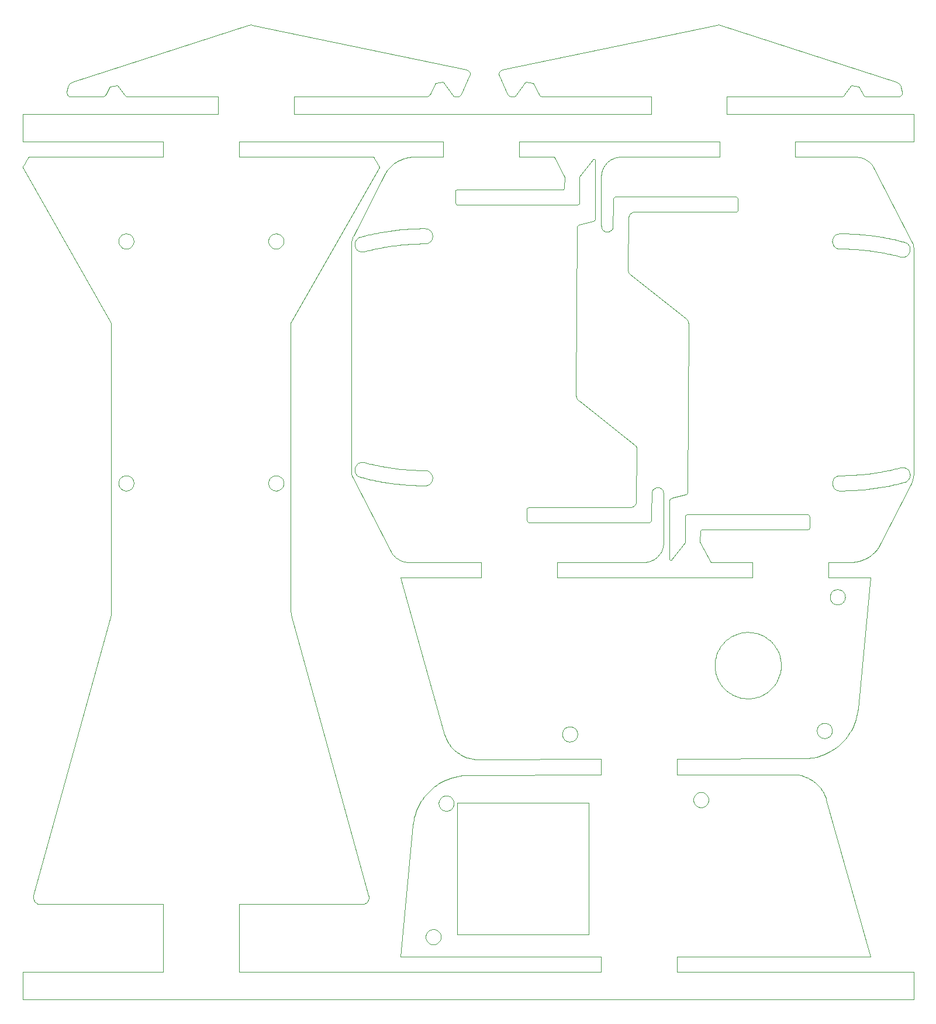
<source format=gbr>
%TF.GenerationSoftware,KiCad,Pcbnew,(6.0.5)*%
%TF.CreationDate,2022-08-06T09:39:30+09:00*%
%TF.ProjectId,ergotonic_f24_parts,6572676f-746f-46e6-9963-5f6632345f70,rev?*%
%TF.SameCoordinates,Original*%
%TF.FileFunction,Profile,NP*%
%FSLAX46Y46*%
G04 Gerber Fmt 4.6, Leading zero omitted, Abs format (unit mm)*
G04 Created by KiCad (PCBNEW (6.0.5)) date 2022-08-06 09:39:30*
%MOMM*%
%LPD*%
G01*
G04 APERTURE LIST*
%ADD10C,0.090000*%
G04 APERTURE END LIST*
D10*
X-64352984Y-122720340D02*
X-36343367Y-122720318D01*
X-100925429Y-52384000D02*
X-100895499Y-52380986D01*
X-75352980Y-122720340D02*
X-75352980Y-122720361D01*
X-120304199Y-72911257D02*
X-120304177Y-31042150D01*
X-57146103Y-833486D02*
X-57146103Y1688518D01*
X-120253792Y-73283500D02*
X-120275784Y-73191872D01*
X-120291543Y-73099073D01*
X-120301028Y-73005427D01*
X-120304199Y-72911257D01*
X-104457534Y-67878726D02*
X-98041324Y-90560524D01*
X-40798349Y-53125363D02*
X-40768420Y-53128377D01*
X-60490192Y-99034555D02*
X-60388368Y-99082657D01*
X-60293736Y-99139683D01*
X-60206596Y-99204910D01*
X-60127249Y-99277617D01*
X-60055994Y-99357081D01*
X-59993133Y-99442581D01*
X-59938965Y-99533394D01*
X-59893792Y-99628798D01*
X-59857913Y-99728072D01*
X-59831630Y-99830494D01*
X-59815242Y-99935340D01*
X-59809050Y-100041891D01*
X-59813355Y-100149422D01*
X-59828456Y-100257213D01*
X-59854655Y-100364542D01*
X-59892253Y-100470686D01*
X-31490692Y-54114278D02*
X-31525940Y-54123106D01*
X-110205246Y-18597906D02*
X-110169998Y-18589077D01*
X-53440257Y-85356858D02*
X-53685731Y-85385050D01*
X-53929704Y-85400620D01*
X-54171836Y-85403825D01*
X-54411787Y-85394921D01*
X-54649214Y-85374165D01*
X-54883779Y-85341814D01*
X-55115139Y-85298124D01*
X-55342956Y-85243353D01*
X-55566887Y-85177756D01*
X-55786592Y-85101590D01*
X-56001731Y-85015113D01*
X-56211964Y-84918580D01*
X-56416948Y-84812249D01*
X-56616345Y-84696376D01*
X-56809812Y-84571217D01*
X-56997011Y-84437031D01*
X-57177599Y-84294072D01*
X-57351236Y-84142598D01*
X-57517582Y-83982866D01*
X-57676296Y-83815132D01*
X-57827038Y-83639653D01*
X-57969466Y-83456686D01*
X-58103241Y-83266487D01*
X-58228021Y-83069313D01*
X-58343466Y-82865420D01*
X-58449236Y-82655066D01*
X-58544989Y-82438507D01*
X-58630385Y-82216000D01*
X-58705083Y-81987801D01*
X-58768744Y-81754167D01*
X-58821025Y-81515354D01*
X-58861588Y-81271621D01*
X-30639560Y-20412136D02*
X-30645242Y-20524605D01*
X-30661915Y-20633826D01*
X-30689024Y-20739244D01*
X-30726017Y-20840308D01*
X-30772340Y-20936464D01*
X-30827441Y-21027158D01*
X-30890767Y-21111840D01*
X-30961764Y-21189954D01*
X-31039881Y-21260950D01*
X-31124563Y-21324273D01*
X-31215259Y-21379371D01*
X-31311414Y-21425691D01*
X-31412477Y-21462680D01*
X-31517894Y-21489785D01*
X-31627112Y-21506453D01*
X-31739579Y-21512133D01*
X-72530069Y-7034443D02*
X-72675851Y-7039742D01*
X-72819660Y-7052209D01*
X-72961323Y-7071669D01*
X-73100664Y-7097945D01*
X-73237510Y-7130861D01*
X-73371687Y-7170243D01*
X-73503020Y-7215914D01*
X-73631336Y-7267700D01*
X-73756461Y-7325423D01*
X-73878219Y-7388909D01*
X-73996437Y-7457983D01*
X-74110942Y-7532467D01*
X-74221558Y-7612188D01*
X-74328112Y-7696968D01*
X-74430430Y-7786633D01*
X-74528337Y-7881007D01*
X-74621659Y-7979914D01*
X-74710223Y-8083179D01*
X-74793854Y-8190625D01*
X-74872378Y-8302078D01*
X-74945620Y-8417362D01*
X-75013408Y-8536301D01*
X-75075566Y-8658719D01*
X-75131920Y-8784441D01*
X-75182297Y-8913292D01*
X-75226523Y-9045094D01*
X-75264422Y-9179674D01*
X-75295821Y-9316855D01*
X-75320547Y-9456462D01*
X-75338424Y-9598319D01*
X-75349278Y-9742250D01*
X-75352937Y-9888080D01*
X-54776329Y-75850289D02*
X-54530856Y-75822098D01*
X-54286884Y-75806530D01*
X-54044754Y-75803327D01*
X-53804805Y-75812232D01*
X-53567379Y-75832990D01*
X-53332816Y-75865342D01*
X-53101457Y-75909033D01*
X-52873641Y-75963806D01*
X-52649711Y-76029405D01*
X-52430007Y-76105571D01*
X-52214869Y-76192050D01*
X-52004637Y-76288584D01*
X-51799653Y-76394916D01*
X-51600258Y-76510790D01*
X-51406791Y-76635950D01*
X-51219593Y-76770137D01*
X-51039005Y-76913097D01*
X-50865368Y-77064572D01*
X-50699022Y-77224305D01*
X-50540309Y-77392040D01*
X-50389567Y-77567520D01*
X-50247139Y-77750489D01*
X-50113365Y-77940689D01*
X-49988585Y-78137864D01*
X-49873140Y-78341758D01*
X-49767370Y-78552114D01*
X-49671617Y-78768674D01*
X-49586221Y-78991183D01*
X-49511523Y-79219384D01*
X-49447862Y-79453020D01*
X-49395581Y-79691834D01*
X-49355019Y-79935570D01*
X-100897588Y-19586820D02*
X-100927517Y-19583806D01*
X-120304177Y-31042150D02*
X-107458859Y-8529076D01*
X-109050148Y-113891744D02*
X-120253792Y-73283500D01*
X-30121654Y-20550564D02*
X-30121795Y-20433433D01*
X-30122757Y-20339194D01*
X-30125271Y-20241218D01*
X-30130074Y-20141073D01*
X-30137905Y-20040326D01*
X-30149499Y-19940545D01*
X-30165595Y-19843297D01*
X-30186929Y-19750150D01*
X-30214239Y-19662670D01*
X-30261224Y-19557558D01*
X-78995566Y-41429005D02*
X-78838835Y-17171442D01*
X-59499146Y-65678710D02*
X-53418380Y-65678710D01*
X-159149200Y-4833479D02*
X-138804038Y-4833479D01*
X-71382012Y-15806603D02*
X-71489822Y-23365358D01*
X-73582007Y-13896771D02*
X-73582007Y-13097552D01*
X-121347933Y-19228896D02*
X-121353612Y-19341362D01*
X-121370280Y-19450580D01*
X-121397385Y-19555997D01*
X-121434375Y-19657059D01*
X-121480695Y-19753214D01*
X-121535793Y-19843908D01*
X-121599116Y-19928589D01*
X-121670111Y-20006704D01*
X-121748226Y-20077700D01*
X-121832907Y-20141023D01*
X-121923602Y-20196120D01*
X-122019758Y-20242439D01*
X-122120821Y-20279427D01*
X-122226240Y-20306530D01*
X-122335461Y-20323196D01*
X-122447931Y-20328872D01*
X-81767619Y-65678710D02*
X-69342968Y-65678710D01*
X-47237319Y-7033452D02*
X-47237319Y-4833479D01*
X-64352984Y-96399530D02*
X-64352984Y-94199535D01*
X-98805640Y-100137976D02*
X-98757537Y-100036152D01*
X-98700512Y-99941520D01*
X-98635286Y-99854380D01*
X-98562580Y-99775033D01*
X-98483117Y-99703778D01*
X-98397618Y-99640917D01*
X-98306805Y-99586751D01*
X-98211401Y-99541578D01*
X-98112127Y-99505701D01*
X-98009705Y-99479419D01*
X-97904856Y-99463032D01*
X-97798303Y-99456843D01*
X-97690768Y-99461150D01*
X-97582972Y-99476254D01*
X-97475638Y-99502457D01*
X-97369487Y-99540058D01*
X-147654166Y1672304D02*
X-147551878Y1681153D01*
X-147454114Y1706795D01*
X-147362734Y1748107D01*
X-147279599Y1803969D01*
X-147206569Y1873260D01*
X-147145505Y1954860D01*
X-147124848Y1990696D01*
X-42418384Y-67878705D02*
X-42418384Y-67878705D01*
X-92767615Y-65678710D02*
X-92767615Y-67878705D01*
X-70529933Y-48667474D02*
X-78550503Y-42353411D01*
X-42418384Y-65678710D02*
X-39296180Y-65678710D01*
X-58861588Y-81271621D02*
X-58889780Y-81026146D01*
X-58905350Y-80782173D01*
X-58908555Y-80540041D01*
X-58899651Y-80300090D01*
X-58878895Y-80062663D01*
X-58846544Y-79828098D01*
X-58802854Y-79596738D01*
X-58748082Y-79368921D01*
X-58682485Y-79144990D01*
X-58606319Y-78925285D01*
X-58519842Y-78710146D01*
X-58423309Y-78499913D01*
X-58316977Y-78294929D01*
X-58201103Y-78095532D01*
X-58075945Y-77902065D01*
X-57941758Y-77714866D01*
X-57798798Y-77534278D01*
X-57647324Y-77360641D01*
X-57487591Y-77194295D01*
X-57319857Y-77035580D01*
X-57144377Y-76884839D01*
X-56961408Y-76742410D01*
X-56771208Y-76608636D01*
X-56574033Y-76483855D01*
X-56370139Y-76368410D01*
X-56159784Y-76262641D01*
X-55943223Y-76166888D01*
X-55720715Y-76081492D01*
X-55492514Y-76006793D01*
X-55258878Y-75943132D01*
X-55020064Y-75890851D01*
X-54776329Y-75850289D01*
X-30121676Y-52953216D02*
X-30121654Y-20550564D01*
X-53418380Y-65678710D02*
X-53418380Y-67878705D01*
X-68146099Y1698552D02*
X-68146099Y-833486D01*
X-69342968Y-65678710D02*
X-69247883Y-65678433D01*
X-69165847Y-65677719D01*
X-31453334Y-54104933D02*
X-31490692Y-54114278D01*
X-99361549Y3617707D02*
X-98231278Y3793902D01*
X-127804042Y-124920356D02*
X-127804042Y-115157709D01*
X-78591112Y-16853395D02*
X-76513719Y-16313850D01*
X-72352948Y-7033452D02*
X-72448032Y-7033728D01*
X-72530069Y-7034443D01*
X-111574262Y-52161619D02*
X-111574120Y-52278749D01*
X-111573158Y-52372988D01*
X-111570644Y-52470964D01*
X-111565841Y-52571109D01*
X-111558011Y-52671856D01*
X-111546416Y-52771637D01*
X-111530321Y-52868885D01*
X-111508986Y-52962032D01*
X-111481676Y-53049512D01*
X-111434693Y-53154625D01*
X-99797591Y-18486823D02*
X-99803270Y-18599292D01*
X-99819938Y-18708513D01*
X-99847043Y-18813931D01*
X-99884032Y-18914995D01*
X-99930352Y-19011151D01*
X-99985450Y-19101845D01*
X-100048773Y-19186527D01*
X-100119769Y-19264641D01*
X-100197883Y-19335637D01*
X-100282565Y-19398960D01*
X-100373259Y-19454058D01*
X-100469415Y-19500378D01*
X-100570479Y-19537367D01*
X-100675897Y-19564472D01*
X-100785118Y-19581140D01*
X-100897588Y-19586820D01*
X-43431393Y-91058986D02*
X-43533212Y-91010883D01*
X-43627842Y-90953858D01*
X-43714980Y-90888632D01*
X-43794326Y-90815926D01*
X-43865580Y-90736463D01*
X-43928441Y-90650965D01*
X-43982608Y-90560153D01*
X-44027782Y-90464750D01*
X-44063660Y-90365477D01*
X-44089944Y-90263056D01*
X-44106331Y-90158209D01*
X-44112522Y-90051659D01*
X-44108216Y-89944126D01*
X-44093113Y-89836333D01*
X-44066911Y-89729002D01*
X-44029311Y-89622855D01*
X-110167909Y-53378728D02*
X-110203157Y-53369900D01*
X-144371765Y1920932D02*
X-144301442Y1840740D01*
X-144219164Y1775028D01*
X-144127129Y1724910D01*
X-144027539Y1691504D01*
X-143922594Y1675925D01*
X-143886803Y1674888D01*
X-30637493Y-53044425D02*
X-30641500Y-53138801D01*
X-30653305Y-53230919D01*
X-30672579Y-53320459D01*
X-30698992Y-53407104D01*
X-30751282Y-53530943D01*
X-30817789Y-53646474D01*
X-30897406Y-53752619D01*
X-30989024Y-53848305D01*
X-31091534Y-53932455D01*
X-31203828Y-54003993D01*
X-31324797Y-54061844D01*
X-31409716Y-54092277D01*
X-31453334Y-54104933D01*
X-30121654Y-833486D02*
X-57146103Y-833486D01*
X-83849619Y1712870D02*
X-68146099Y1698552D01*
X-55582008Y-14678786D02*
X-55596304Y-14773353D01*
X-55636316Y-14856588D01*
X-55697728Y-14924175D01*
X-55776227Y-14971800D01*
X-55867496Y-14995148D01*
X-55900012Y-14996790D01*
X-63199222Y-62792236D02*
X-63199222Y-59034391D01*
X-60762721Y-60973312D02*
X-60855926Y-60991708D01*
X-60932722Y-61042066D01*
X-60985614Y-61117135D01*
X-61007107Y-61209667D01*
X-55582008Y-13114799D02*
X-55582008Y-14678786D01*
X-151929895Y3802299D02*
X-152023634Y3766766D01*
X-152112393Y3722561D01*
X-152195690Y3670217D01*
X-152273043Y3610271D01*
X-152343973Y3543257D01*
X-152407998Y3469709D01*
X-152464636Y3390162D01*
X-152513407Y3305151D01*
X-152553830Y3215212D01*
X-152585424Y3120878D01*
X-152601344Y3055812D01*
X-32024919Y-21477036D02*
X-32286894Y-21408138D01*
X-32549686Y-21341273D01*
X-32813287Y-21276450D01*
X-33077689Y-21213678D01*
X-33342881Y-21152968D01*
X-33608857Y-21094329D01*
X-33875606Y-21037771D01*
X-34143121Y-20983302D01*
X-34411392Y-20930934D01*
X-34680411Y-20880675D01*
X-34950170Y-20832535D01*
X-35220659Y-20786524D01*
X-35491870Y-20742652D01*
X-35763794Y-20700927D01*
X-36036423Y-20661360D01*
X-36309747Y-20623960D01*
X-36583759Y-20588738D01*
X-36858449Y-20555702D01*
X-37133809Y-20524862D01*
X-37409830Y-20496228D01*
X-37686504Y-20469809D01*
X-37963821Y-20445616D01*
X-38241773Y-20423657D01*
X-38520352Y-20403943D01*
X-38799548Y-20386482D01*
X-39079353Y-20371286D01*
X-39359759Y-20358362D01*
X-39640756Y-20347722D01*
X-39922336Y-20339374D01*
X-40204490Y-20333329D01*
X-40487210Y-20329595D01*
X-40770487Y-20328183D01*
X-57146103Y1688518D02*
X-40640327Y1673467D01*
X-42593180Y-89024937D02*
X-42491360Y-89073039D01*
X-42396730Y-89130064D01*
X-42309592Y-89195291D01*
X-42230246Y-89267997D01*
X-42158992Y-89347460D01*
X-42096131Y-89432959D01*
X-42041963Y-89523771D01*
X-41996790Y-89619176D01*
X-41960911Y-89718450D01*
X-41934628Y-89820872D01*
X-41918240Y-89925720D01*
X-41912049Y-90032273D01*
X-41916355Y-90139808D01*
X-41931459Y-90247604D01*
X-41957661Y-90354938D01*
X-41995262Y-90461090D01*
X-147124848Y1990696D02*
X-146491338Y3182677D01*
X-65456427Y-56751068D02*
X-65497531Y-65158328D01*
X-88133682Y1698788D02*
X-88041251Y1703080D01*
X-87951719Y1721218D01*
X-87866519Y1752494D01*
X-87787087Y1796202D01*
X-87714857Y1851634D01*
X-87651263Y1918083D01*
X-87628566Y1947589D01*
X-96771569Y-100976189D02*
X-96819671Y-101078012D01*
X-96876696Y-101172645D01*
X-96941923Y-101259786D01*
X-97014629Y-101339134D01*
X-97094092Y-101410390D01*
X-97179591Y-101473253D01*
X-97270403Y-101527422D01*
X-97365808Y-101572596D01*
X-97465082Y-101608476D01*
X-97567504Y-101634760D01*
X-97672352Y-101651148D01*
X-97778905Y-101657339D01*
X-97886440Y-101653033D01*
X-97994236Y-101637930D01*
X-98101570Y-101611728D01*
X-98207722Y-101574128D01*
X-87267606Y-4833479D02*
X-58237315Y-4833479D01*
X-111574262Y-19758967D02*
X-111574262Y-52161619D01*
X-86113908Y-58033397D02*
X-86099611Y-57938829D01*
X-86059599Y-57855594D01*
X-85998187Y-57788007D01*
X-85919688Y-57740382D01*
X-85828419Y-57717034D01*
X-85795904Y-57715393D01*
X-123547928Y-19228875D02*
X-123542248Y-19116405D01*
X-123525580Y-19007184D01*
X-123498475Y-18901765D01*
X-123461486Y-18800702D01*
X-123415166Y-18704546D01*
X-123360068Y-18613851D01*
X-123296745Y-18529170D01*
X-123225749Y-18451055D01*
X-123147635Y-18380060D01*
X-123062953Y-18316737D01*
X-122972259Y-18261639D01*
X-122876103Y-18215319D01*
X-122775039Y-18178329D01*
X-122669621Y-18151224D01*
X-122560400Y-18134556D01*
X-122447931Y-18128877D01*
X-75352959Y-16807037D02*
X-75348506Y-16951198D01*
X-75334887Y-17083622D01*
X-75312711Y-17204628D01*
X-75282588Y-17314534D01*
X-75245130Y-17413659D01*
X-75200945Y-17502322D01*
X-75150646Y-17580841D01*
X-75034145Y-17708722D01*
X-74900509Y-17799852D01*
X-74754622Y-17856780D01*
X-74601367Y-17882056D01*
X-74445629Y-17878229D01*
X-74292291Y-17847848D01*
X-74146236Y-17793463D01*
X-74012349Y-17717624D01*
X-73895512Y-17622878D01*
X-73800610Y-17511776D01*
X-73732526Y-17386868D01*
X-73696144Y-17250702D01*
X-73691368Y-17179194D01*
X-105794081Y-64169327D02*
X-105742642Y-64255787D01*
X-105688583Y-64340112D01*
X-105631973Y-64422262D01*
X-105572882Y-64502197D01*
X-105511377Y-64579877D01*
X-105447529Y-64655261D01*
X-105381405Y-64728310D01*
X-105313076Y-64798985D01*
X-105242609Y-64867244D01*
X-105170074Y-64933048D01*
X-105095540Y-64996357D01*
X-105019075Y-65057131D01*
X-104940749Y-65115330D01*
X-104860631Y-65170914D01*
X-104778790Y-65223843D01*
X-104695294Y-65274078D01*
X-104610212Y-65321577D01*
X-104523614Y-65366302D01*
X-104435569Y-65408212D01*
X-104346145Y-65447267D01*
X-104255411Y-65483427D01*
X-104163436Y-65516653D01*
X-104070290Y-65546904D01*
X-103976041Y-65574141D01*
X-103880758Y-65598323D01*
X-103784510Y-65619410D01*
X-103687366Y-65637363D01*
X-103589395Y-65652141D01*
X-103490666Y-65663705D01*
X-103391249Y-65672014D01*
X-103291211Y-65677029D01*
X-103190622Y-65678710D01*
X-98750648Y-119276838D02*
X-98693121Y-119373648D01*
X-98646546Y-119473837D01*
X-98610767Y-119576637D01*
X-98585630Y-119681281D01*
X-98570981Y-119787003D01*
X-98566665Y-119893036D01*
X-98572528Y-119998615D01*
X-98588416Y-120102971D01*
X-98614173Y-120205339D01*
X-98649646Y-120304953D01*
X-98694680Y-120401044D01*
X-98749121Y-120492848D01*
X-98812814Y-120579597D01*
X-98885605Y-120660525D01*
X-98967340Y-120734866D01*
X-99057864Y-120801852D01*
X-53418380Y-67878705D02*
X-53418380Y-67878705D01*
X-75352980Y-96399530D02*
X-75352980Y-96462920D01*
X-80688830Y-11502516D02*
X-80638360Y-9989732D01*
X-100895499Y-54580980D02*
X-100895499Y-54584490D01*
X-92767615Y-67878705D02*
X-92767615Y-67878726D01*
X-80638360Y-9989732D02*
X-82196792Y-7033474D01*
X-75352980Y-94158733D02*
X-75352980Y-94199535D01*
X-36355382Y-67878705D02*
X-42418384Y-67878705D01*
X-127804042Y-115157709D02*
X-127804042Y-115157688D01*
X-145259975Y-19228875D02*
X-145254295Y-19116405D01*
X-145237626Y-19007184D01*
X-145210520Y-18901765D01*
X-145173530Y-18800702D01*
X-145127208Y-18704546D01*
X-145072109Y-18613851D01*
X-145008785Y-18529170D01*
X-144937788Y-18451055D01*
X-144859673Y-18380060D01*
X-144774991Y-18316737D01*
X-144684296Y-18261639D01*
X-144588141Y-18215319D01*
X-144487078Y-18178329D01*
X-144381662Y-18151224D01*
X-144272444Y-18134556D01*
X-144159978Y-18128877D01*
X-102399757Y-7033474D02*
X-102567389Y-7036274D01*
X-102734103Y-7044630D01*
X-102899783Y-7058476D01*
X-103064316Y-7077745D01*
X-103227585Y-7102370D01*
X-103389475Y-7132285D01*
X-103549873Y-7167423D01*
X-103708664Y-7207718D01*
X-103865731Y-7253102D01*
X-104020961Y-7303510D01*
X-104174239Y-7358875D01*
X-104325449Y-7419129D01*
X-104474477Y-7484208D01*
X-104621207Y-7554043D01*
X-104765526Y-7628569D01*
X-104907318Y-7707719D01*
X-105046468Y-7791426D01*
X-105182862Y-7879623D01*
X-105316384Y-7972244D01*
X-105446920Y-8069223D01*
X-105574354Y-8170493D01*
X-105698573Y-8275987D01*
X-105819460Y-8385639D01*
X-105936902Y-8499381D01*
X-106050783Y-8617148D01*
X-106160988Y-8738873D01*
X-106267402Y-8864489D01*
X-106369911Y-8993930D01*
X-106468400Y-9127129D01*
X-106562754Y-9264020D01*
X-106652858Y-9404535D01*
X-106738597Y-9548609D01*
X-75352980Y-94199535D02*
X-75352980Y-96399530D01*
X-31492759Y-19342283D02*
X-31455401Y-19351628D01*
X-39296180Y-65678710D02*
X-39128547Y-65675909D01*
X-38961833Y-65667553D01*
X-38796153Y-65653707D01*
X-38631621Y-65634438D01*
X-38468352Y-65609813D01*
X-38306461Y-65579898D01*
X-38146063Y-65544760D01*
X-37987273Y-65504465D01*
X-37830205Y-65459081D01*
X-37674975Y-65408673D01*
X-37521698Y-65353308D01*
X-37370488Y-65293053D01*
X-37221460Y-65227975D01*
X-37074729Y-65158139D01*
X-36930410Y-65083614D01*
X-36788618Y-65004464D01*
X-36649468Y-64920757D01*
X-36513074Y-64832560D01*
X-36379552Y-64739938D01*
X-36249017Y-64642959D01*
X-36121582Y-64541690D01*
X-35997364Y-64436196D01*
X-35876476Y-64326544D01*
X-35759035Y-64212801D01*
X-35645154Y-64095034D01*
X-35534949Y-63973309D01*
X-35428534Y-63847693D01*
X-35326025Y-63718253D01*
X-35227536Y-63585054D01*
X-35133183Y-63448163D01*
X-35043079Y-63307648D01*
X-34957341Y-63163575D01*
X-138804038Y-4833479D02*
X-138804038Y-7033452D01*
X-100582857Y-120494636D02*
X-100640383Y-120397829D01*
X-100686958Y-120297644D01*
X-100722737Y-120194848D01*
X-100747874Y-120090207D01*
X-100762523Y-119984489D01*
X-100766840Y-119878458D01*
X-100760977Y-119772883D01*
X-100745091Y-119668529D01*
X-100719334Y-119566162D01*
X-100683863Y-119466550D01*
X-100638830Y-119370459D01*
X-100584392Y-119278655D01*
X-100520701Y-119191905D01*
X-100447913Y-119110975D01*
X-100366181Y-119036632D01*
X-100275662Y-118969643D01*
X-138804038Y-115157709D02*
X-138804038Y-124920356D01*
X-106738597Y-9548609D02*
X-111231174Y-18438957D01*
X-64352984Y-94199535D02*
X-64352984Y-94133648D01*
X-111058445Y-19667758D02*
X-111054437Y-19573381D01*
X-111042632Y-19481263D01*
X-111023358Y-19391723D01*
X-110996945Y-19305078D01*
X-110944655Y-19181239D01*
X-110878147Y-19065708D01*
X-110798531Y-18959563D01*
X-110706913Y-18863877D01*
X-110604403Y-18779727D01*
X-110492109Y-18708189D01*
X-110371139Y-18650338D01*
X-110286220Y-18619905D01*
X-110242603Y-18607250D01*
X-69165847Y-65677719D02*
X-69020064Y-65672419D01*
X-68876255Y-65659951D01*
X-68734592Y-65640492D01*
X-68595251Y-65614216D01*
X-68458405Y-65581299D01*
X-68324228Y-65541918D01*
X-68192895Y-65496246D01*
X-68064579Y-65444461D01*
X-67939454Y-65386737D01*
X-67817696Y-65323251D01*
X-67699478Y-65254178D01*
X-67584973Y-65179693D01*
X-67474357Y-65099973D01*
X-67367803Y-65015192D01*
X-67265485Y-64925527D01*
X-67167578Y-64831154D01*
X-67074256Y-64732247D01*
X-66985692Y-64628982D01*
X-66902061Y-64521535D01*
X-66823537Y-64410082D01*
X-66750295Y-64294799D01*
X-66682507Y-64175860D01*
X-66620349Y-64053442D01*
X-66563995Y-63927720D01*
X-66513618Y-63798869D01*
X-66469392Y-63667067D01*
X-66431493Y-63532487D01*
X-66400094Y-63395306D01*
X-66375368Y-63255699D01*
X-66357491Y-63113842D01*
X-66346637Y-62969911D01*
X-66342979Y-62824082D01*
X-49355019Y-79935570D02*
X-49326826Y-80181042D01*
X-49311256Y-80425013D01*
X-49308052Y-80667144D01*
X-49316956Y-80907093D01*
X-49337712Y-81144519D01*
X-49370064Y-81379082D01*
X-49413754Y-81610441D01*
X-49468526Y-81838256D01*
X-49534124Y-82062186D01*
X-49610290Y-82281890D01*
X-49696768Y-82497028D01*
X-49793302Y-82707260D01*
X-49899634Y-82912243D01*
X-50015508Y-83111639D01*
X-50140666Y-83305105D01*
X-50274854Y-83492302D01*
X-50417813Y-83672889D01*
X-50569287Y-83846526D01*
X-50729019Y-84012871D01*
X-50896754Y-84171584D01*
X-51072233Y-84322325D01*
X-51255200Y-84464752D01*
X-51445399Y-84598525D01*
X-51642573Y-84723304D01*
X-51846465Y-84838748D01*
X-52056819Y-84944516D01*
X-52273377Y-85040268D01*
X-52495883Y-85125662D01*
X-52724081Y-85200359D01*
X-52957714Y-85264018D01*
X-53196525Y-85316297D01*
X-53440257Y-85356858D01*
X-119849101Y1694870D02*
X-100677490Y1710825D01*
X-45517204Y-60973312D02*
X-60762721Y-60973312D01*
X-145375472Y3294729D02*
X-144371765Y1920932D01*
X-58093569Y12035711D02*
X-58187640Y12061112D01*
X-58283362Y12077191D01*
X-58380043Y12083909D01*
X-58476993Y12081230D01*
X-58573523Y12069113D01*
X-58605488Y12062971D01*
X-143059959Y-19228875D02*
X-143065638Y-19341341D01*
X-143082307Y-19450559D01*
X-143109413Y-19555975D01*
X-143146404Y-19657038D01*
X-143192725Y-19753193D01*
X-143247825Y-19843888D01*
X-143311150Y-19928570D01*
X-143382147Y-20006685D01*
X-143460264Y-20077682D01*
X-143544947Y-20141006D01*
X-143635644Y-20196105D01*
X-143731801Y-20242427D01*
X-143832866Y-20279417D01*
X-143938286Y-20306523D01*
X-144047507Y-20323192D01*
X-144159978Y-20328872D01*
X-63199222Y-59034391D02*
X-63183247Y-58943882D01*
X-63130832Y-58857400D01*
X-63050099Y-58797119D01*
X-62962887Y-58772522D01*
X-62935973Y-58771164D01*
X-100927517Y-19583806D02*
X-101210793Y-19585218D01*
X-101493513Y-19588951D01*
X-101775667Y-19594997D01*
X-102057247Y-19603345D01*
X-102338244Y-19613985D01*
X-102618650Y-19626908D01*
X-102898455Y-19642105D01*
X-103177652Y-19659565D01*
X-103456230Y-19679279D01*
X-103734183Y-19701238D01*
X-104011500Y-19725431D01*
X-104288174Y-19751850D01*
X-104564195Y-19780484D01*
X-104839556Y-19811324D01*
X-105114246Y-19844360D01*
X-105388259Y-19879583D01*
X-105661584Y-19916982D01*
X-105934213Y-19956549D01*
X-106206138Y-19998274D01*
X-106477350Y-20042147D01*
X-106747840Y-20088158D01*
X-107017599Y-20136297D01*
X-107286620Y-20186556D01*
X-107554892Y-20238925D01*
X-107822408Y-20293393D01*
X-108089159Y-20349952D01*
X-108355136Y-20408591D01*
X-108620330Y-20469301D01*
X-108884733Y-20532073D01*
X-109148336Y-20596896D01*
X-109411130Y-20663761D01*
X-109673108Y-20732659D01*
X-109956359Y-51200050D02*
X-109864774Y-51203280D01*
X-109775274Y-51213330D01*
X-109679565Y-51232901D01*
X-109671019Y-51235147D01*
X-110242603Y-18607250D02*
X-110205246Y-18597906D01*
X-143059980Y-54228870D02*
X-143065659Y-54341339D01*
X-143082328Y-54450560D01*
X-143109434Y-54555979D01*
X-143146425Y-54657042D01*
X-143192746Y-54753198D01*
X-143247846Y-54843893D01*
X-143311171Y-54928574D01*
X-143382169Y-55006689D01*
X-143460285Y-55077684D01*
X-143544969Y-55141007D01*
X-143635665Y-55196105D01*
X-143731823Y-55242425D01*
X-143832888Y-55279415D01*
X-143938307Y-55306520D01*
X-144047528Y-55323188D01*
X-144159999Y-55328868D01*
X-58237315Y-7033452D02*
X-72352948Y-7033452D01*
X-78550503Y-42353411D02*
X-78626957Y-42287689D01*
X-78696908Y-42216218D01*
X-78760120Y-42139488D01*
X-78816355Y-42057990D01*
X-78865379Y-41972213D01*
X-78906955Y-41882649D01*
X-78940847Y-41789787D01*
X-78966819Y-41694118D01*
X-78984636Y-41596132D01*
X-78994061Y-41496319D01*
X-78995566Y-41429005D01*
X-63145435Y-30358772D02*
X-63068980Y-30424494D01*
X-62999029Y-30495965D01*
X-62935817Y-30572695D01*
X-62879582Y-30654193D01*
X-62830558Y-30739969D01*
X-62788982Y-30829534D01*
X-62755090Y-30922395D01*
X-62729117Y-31018064D01*
X-62711301Y-31116050D01*
X-62701876Y-31215863D01*
X-62700372Y-31283178D01*
X-100895499Y-52380986D02*
X-100783029Y-52386665D01*
X-100673808Y-52403333D01*
X-100568390Y-52430438D01*
X-100467326Y-52467427D01*
X-100371170Y-52513747D01*
X-100280476Y-52568845D01*
X-100195794Y-52632168D01*
X-100117680Y-52703164D01*
X-100046684Y-52781278D01*
X-99983361Y-52865960D01*
X-99928263Y-52956654D01*
X-99881943Y-53052810D01*
X-99844954Y-53153874D01*
X-99817849Y-53259292D01*
X-99801181Y-53368513D01*
X-99795502Y-53480983D01*
X-100897588Y-17383316D02*
X-100897588Y-17386825D01*
X-30261224Y-19557558D02*
X-35901835Y-8542856D01*
X-110203157Y-53369900D02*
X-110240515Y-53360555D01*
X-68113909Y-58815390D02*
X-68113909Y-59614609D01*
X-127804042Y-7033474D02*
X-127804042Y-7033452D01*
X-111434693Y-53154625D02*
X-105794081Y-64169327D01*
X-58605488Y12062971D02*
X-89706906Y5563238D01*
X-46119170Y-94092027D02*
X-45735385Y-94082068D01*
X-45356010Y-94054216D01*
X-44981478Y-94008865D01*
X-44612222Y-93946410D01*
X-44248676Y-93867245D01*
X-43891272Y-93771764D01*
X-43540444Y-93660363D01*
X-43196625Y-93533435D01*
X-42860248Y-93391376D01*
X-42531746Y-93234580D01*
X-42211552Y-93063441D01*
X-41900101Y-92878354D01*
X-41597824Y-92679714D01*
X-41305155Y-92467916D01*
X-41022527Y-92243352D01*
X-40750373Y-92006420D01*
X-40489127Y-91757511D01*
X-40239222Y-91497023D01*
X-40001090Y-91225348D01*
X-39775166Y-90942882D01*
X-39561881Y-90650019D01*
X-39361670Y-90347154D01*
X-39174966Y-90034680D01*
X-39002201Y-89712994D01*
X-38843810Y-89382489D01*
X-38700224Y-89043559D01*
X-38571878Y-88696601D01*
X-38459204Y-88342007D01*
X-38362636Y-87980172D01*
X-38282606Y-87611492D01*
X-38219549Y-87236361D01*
X-38173897Y-86855173D01*
X-61328406Y-101068604D02*
X-61430225Y-101020501D01*
X-61524854Y-100963477D01*
X-61611992Y-100898251D01*
X-61691339Y-100825547D01*
X-61762592Y-100746085D01*
X-61825453Y-100660588D01*
X-61879621Y-100569778D01*
X-61924794Y-100474375D01*
X-61960673Y-100375103D01*
X-61986956Y-100272683D01*
X-62003344Y-100167836D01*
X-62009535Y-100061285D01*
X-62005229Y-99953752D01*
X-61990125Y-99845957D01*
X-61963923Y-99738623D01*
X-61926323Y-99632473D01*
X-95636798Y2050770D02*
X-94398372Y4720998D01*
X-79484511Y-89530419D02*
X-79382687Y-89578521D01*
X-79288055Y-89635547D01*
X-79200915Y-89700774D01*
X-79121568Y-89773481D01*
X-79050314Y-89852946D01*
X-78987453Y-89938446D01*
X-78933286Y-90029260D01*
X-78888114Y-90124665D01*
X-78852236Y-90223940D01*
X-78825954Y-90326363D01*
X-78809568Y-90431212D01*
X-78803378Y-90537764D01*
X-78807685Y-90645298D01*
X-78822789Y-90753092D01*
X-78848992Y-90860424D01*
X-78886593Y-90966572D01*
X-97369487Y-99540058D02*
X-97267667Y-99588160D01*
X-97173038Y-99645185D01*
X-97085900Y-99710411D01*
X-97006553Y-99783117D01*
X-96935300Y-99862580D01*
X-96872439Y-99948078D01*
X-96818271Y-100038890D01*
X-96773098Y-100134293D01*
X-96737219Y-100233566D01*
X-96710936Y-100335987D01*
X-96694548Y-100440834D01*
X-96688357Y-100547384D01*
X-96692663Y-100654917D01*
X-96707766Y-100762710D01*
X-96733968Y-100870041D01*
X-96771569Y-100976189D01*
X-32374316Y1666512D02*
X-32269891Y1675392D01*
X-32171861Y1701146D01*
X-32081543Y1742152D01*
X-32000257Y1796786D01*
X-31929322Y1863427D01*
X-31870056Y1940453D01*
X-31823777Y2026241D01*
X-31791805Y2119170D01*
X-31775458Y2217617D01*
X-31776055Y2319960D01*
X-31786518Y2389552D01*
X-38035663Y3181041D02*
X-37402239Y1989016D01*
X-159149200Y-124920356D02*
X-159149200Y-128920349D01*
X-81767619Y-67878705D02*
X-81767619Y-65678710D01*
X-78838835Y-17171442D02*
X-78824322Y-17076634D01*
X-78784510Y-16992007D01*
X-78722992Y-16922169D01*
X-78643362Y-16871732D01*
X-78591112Y-16853395D01*
X-36343367Y-122720318D02*
X-42759578Y-100038520D01*
X-111056356Y-52300047D02*
X-111050676Y-52187577D01*
X-111034007Y-52078356D01*
X-111006901Y-51972938D01*
X-110969911Y-51871874D01*
X-110923589Y-51775718D01*
X-110868490Y-51685024D01*
X-110805166Y-51600342D01*
X-110734170Y-51522228D01*
X-110656054Y-51451232D01*
X-110571372Y-51387909D01*
X-110480677Y-51332811D01*
X-110384522Y-51286491D01*
X-110283460Y-51249502D01*
X-110178043Y-51222397D01*
X-110068825Y-51205729D01*
X-109956359Y-51200050D01*
X-38173897Y-86855173D02*
X-36355382Y-67878705D01*
X-96496715Y-12056853D02*
X-96482418Y-11962296D01*
X-96442407Y-11879067D01*
X-96380997Y-11811483D01*
X-96302504Y-11763860D01*
X-96211244Y-11740512D01*
X-96178733Y-11738871D01*
X-75352980Y-96462920D02*
X-94685047Y-96507039D01*
X-75352980Y-122720361D02*
X-75352980Y-124920356D01*
X-159149200Y-128920349D02*
X-30121654Y-128920349D01*
X-78759964Y-13941019D02*
X-96178755Y-13938866D01*
X-110169998Y-18589077D02*
X-109892130Y-18516602D01*
X-109613407Y-18446266D01*
X-109333835Y-18378078D01*
X-109053425Y-18312050D01*
X-108772185Y-18248193D01*
X-108490125Y-18186516D01*
X-108207252Y-18127030D01*
X-107923576Y-18069747D01*
X-107639106Y-18014676D01*
X-107353850Y-17961829D01*
X-107067818Y-17911216D01*
X-106781019Y-17862848D01*
X-106493461Y-17816735D01*
X-106205154Y-17772888D01*
X-105916106Y-17731319D01*
X-105626326Y-17692036D01*
X-105335823Y-17655052D01*
X-105044606Y-17620377D01*
X-104752684Y-17588021D01*
X-104460065Y-17557995D01*
X-104166760Y-17530310D01*
X-103872776Y-17504976D01*
X-103578123Y-17482004D01*
X-103282809Y-17461406D01*
X-102986843Y-17443190D01*
X-102690235Y-17427369D01*
X-102392993Y-17413953D01*
X-102095126Y-17402952D01*
X-101796643Y-17394377D01*
X-101497553Y-17388239D01*
X-101197865Y-17384548D01*
X-100897588Y-17383316D01*
X-68113909Y-58790112D02*
X-68113909Y-58815390D01*
X-71166005Y-24044688D02*
X-63145435Y-30358772D01*
X-78496716Y-9919947D02*
X-78496716Y-13677792D01*
X-98207722Y-101574128D02*
X-98309541Y-101526025D01*
X-98404171Y-101468999D01*
X-98491309Y-101403772D01*
X-98570655Y-101331065D01*
X-98641909Y-101251600D01*
X-98704770Y-101166100D01*
X-98758937Y-101075287D01*
X-98804111Y-100979881D01*
X-98839989Y-100880606D01*
X-98866273Y-100778184D01*
X-98882660Y-100673335D01*
X-98888851Y-100566783D01*
X-98884545Y-100459249D01*
X-98869442Y-100351455D01*
X-98843240Y-100244123D01*
X-98805640Y-100137976D01*
X-152601344Y3055812D02*
X-152740548Y2391683D01*
X-125920781Y12062971D02*
X-126017026Y12078235D01*
X-126113915Y12084061D01*
X-126210763Y12080482D01*
X-126306882Y12067533D01*
X-126401586Y12045250D01*
X-126432722Y12035754D01*
X-100897588Y-17386825D02*
X-100785118Y-17392504D01*
X-100675897Y-17409173D01*
X-100570479Y-17436279D01*
X-100469415Y-17473270D01*
X-100373259Y-17519591D01*
X-100282565Y-17574690D01*
X-100197883Y-17638014D01*
X-100119769Y-17709011D01*
X-100048773Y-17787127D01*
X-99985450Y-17871808D01*
X-99930352Y-17962504D01*
X-99884032Y-18058659D01*
X-99847043Y-18159721D01*
X-99819938Y-18265138D01*
X-99803270Y-18374356D01*
X-99797591Y-18486823D01*
X-32022830Y-51979524D02*
X-31927399Y-51959108D01*
X-31829074Y-51947657D01*
X-31737490Y-51944427D01*
X-109671019Y-51235147D02*
X-109409041Y-51304044D01*
X-109146247Y-51370909D01*
X-108882644Y-51435732D01*
X-108618241Y-51498504D01*
X-108353047Y-51559214D01*
X-108087070Y-51617853D01*
X-107820320Y-51674411D01*
X-107552804Y-51728880D01*
X-107284531Y-51781248D01*
X-107015511Y-51831507D01*
X-106745751Y-51879647D01*
X-106475261Y-51925658D01*
X-106204050Y-51969531D01*
X-105932125Y-52011255D01*
X-105659495Y-52050822D01*
X-105386170Y-52088222D01*
X-105112158Y-52123445D01*
X-104837468Y-52156481D01*
X-104562107Y-52187321D01*
X-104286086Y-52215955D01*
X-104009412Y-52242373D01*
X-103732095Y-52266567D01*
X-103454142Y-52288526D01*
X-103175564Y-52308240D01*
X-102896367Y-52325700D01*
X-102616562Y-52340897D01*
X-102336156Y-52353820D01*
X-102055159Y-52364460D01*
X-101773579Y-52372808D01*
X-101491425Y-52378854D01*
X-101208705Y-52382587D01*
X-100925429Y-52384000D01*
X-71123738Y-57715393D02*
X-71000408Y-57706061D01*
X-70882917Y-57678984D01*
X-70772641Y-57635534D01*
X-70670951Y-57577086D01*
X-70579223Y-57505012D01*
X-70498830Y-57420688D01*
X-70431146Y-57325487D01*
X-70377544Y-57220782D01*
X-70339399Y-57107949D01*
X-70318085Y-56988359D01*
X-70313904Y-56905559D01*
X-34957341Y-63163575D02*
X-30464764Y-54273226D01*
X-84386817Y2046722D02*
X-84331914Y1956653D01*
X-84263332Y1878803D01*
X-84183064Y1814412D01*
X-84093108Y1764721D01*
X-83995457Y1730972D01*
X-83892107Y1714406D01*
X-83849619Y1712870D01*
X-47582216Y-96399530D02*
X-64352984Y-96437814D01*
X-126432722Y12035754D02*
X-151929895Y3802299D01*
X-31737490Y-51944427D02*
X-31625023Y-51950106D01*
X-31515805Y-51966774D01*
X-31410388Y-51993879D01*
X-31309326Y-52030869D01*
X-31213171Y-52077189D01*
X-31122476Y-52132287D01*
X-31037794Y-52195610D01*
X-30959679Y-52266605D01*
X-30888682Y-52344720D01*
X-30825358Y-52429401D01*
X-30770259Y-52520096D01*
X-30723937Y-52616252D01*
X-30686947Y-52717315D01*
X-30659841Y-52822734D01*
X-30643172Y-52931955D01*
X-30637493Y-53044425D01*
X-75352980Y-124920356D02*
X-127804042Y-124920356D01*
X-143886803Y1674888D02*
X-130849097Y1685740D01*
X-85795904Y-59915388D02*
X-85890471Y-59901091D01*
X-85973706Y-59861079D01*
X-86041293Y-59799666D01*
X-86088918Y-59721168D01*
X-86112266Y-59629899D01*
X-86113908Y-59597384D01*
X-55900012Y-14996790D02*
X-70572178Y-14996769D01*
X-152152814Y1668601D02*
X-147654166Y1672304D01*
X-40525240Y-71629380D02*
X-40622050Y-71686910D01*
X-40722239Y-71733489D01*
X-40825039Y-71769272D01*
X-40929683Y-71794413D01*
X-41035405Y-71809066D01*
X-41141438Y-71813385D01*
X-41247017Y-71807525D01*
X-41351373Y-71791641D01*
X-41453741Y-71765886D01*
X-41553355Y-71730416D01*
X-41649446Y-71685384D01*
X-41741250Y-71630945D01*
X-41827999Y-71567253D01*
X-41908927Y-71494464D01*
X-41983268Y-71412730D01*
X-42050254Y-71322207D01*
X-40218045Y-70104408D02*
X-40160518Y-70201218D01*
X-40113943Y-70301406D01*
X-40078163Y-70404205D01*
X-40053027Y-70508848D01*
X-40038377Y-70614568D01*
X-40034061Y-70720599D01*
X-40039923Y-70826175D01*
X-40055810Y-70930528D01*
X-40081566Y-71032893D01*
X-40117038Y-71132503D01*
X-40162070Y-71228592D01*
X-40216509Y-71320392D01*
X-40280200Y-71407137D01*
X-40352988Y-71488061D01*
X-40434720Y-71562398D01*
X-40525240Y-71629380D01*
X-159149200Y-833486D02*
X-159149200Y-4833479D01*
X-96496715Y-13620862D02*
X-96496715Y-12056853D01*
X-85795904Y-57715393D02*
X-71123738Y-57715393D01*
X-108327432Y-7033495D02*
X-127804042Y-7033474D01*
X-127804042Y-7033452D02*
X-127804042Y-4833479D01*
X-53418380Y-67878705D02*
X-81767619Y-67878726D01*
X-138804038Y-7033452D02*
X-138804038Y-7033474D01*
X-80322724Y-91564511D02*
X-80424543Y-91516404D01*
X-80519173Y-91459376D01*
X-80606311Y-91394147D01*
X-80685657Y-91321438D01*
X-80756911Y-91241973D01*
X-80819772Y-91156473D01*
X-80873939Y-91065660D01*
X-80919113Y-90970256D01*
X-80954991Y-90870982D01*
X-80981275Y-90768560D01*
X-80997662Y-90663713D01*
X-81003853Y-90557162D01*
X-80999547Y-90449629D01*
X-80984444Y-90341836D01*
X-80958242Y-90234505D01*
X-80920642Y-90128358D01*
X-122447952Y-53128873D02*
X-122335482Y-53134555D01*
X-122226261Y-53151227D01*
X-122120843Y-53178335D01*
X-122019779Y-53215327D01*
X-121923623Y-53261649D01*
X-121832929Y-53316748D01*
X-121748247Y-53380073D01*
X-121670133Y-53451070D01*
X-121599137Y-53529185D01*
X-121535814Y-53613867D01*
X-121480716Y-53704563D01*
X-121434396Y-53800719D01*
X-121397407Y-53901782D01*
X-121370302Y-54007201D01*
X-121353634Y-54116422D01*
X-121347955Y-54228892D01*
X-90128499Y4723539D02*
X-88890289Y2053203D01*
X-40800417Y-18131203D02*
X-40800417Y-18127693D01*
X-62935973Y-58771164D02*
X-45517183Y-58773317D01*
X-55900012Y-12796795D02*
X-55805444Y-12811091D01*
X-55722209Y-12851103D01*
X-55654622Y-12912516D01*
X-55606997Y-12991014D01*
X-55583649Y-13082283D01*
X-55582008Y-13114799D01*
X-30121654Y-124920356D02*
X-64352984Y-124920356D01*
X-152740548Y2391683D02*
X-152753179Y2287649D01*
X-152747987Y2186428D01*
X-152726292Y2089641D01*
X-152689410Y1998911D01*
X-152638662Y1915860D01*
X-152575365Y1842110D01*
X-152500839Y1779285D01*
X-152416403Y1729005D01*
X-152323374Y1692894D01*
X-152223071Y1672574D01*
X-152152814Y1668601D01*
X-70313904Y-56905559D02*
X-70206115Y-49346804D01*
X-65497531Y-65158328D02*
X-65480002Y-65247313D01*
X-65420411Y-65326636D01*
X-65333925Y-65370841D01*
X-65236604Y-65374459D01*
X-65144507Y-65332022D01*
X-65105436Y-65291825D01*
X-40800417Y-20331198D02*
X-40912886Y-20325518D01*
X-41022107Y-20308850D01*
X-41127525Y-20281745D01*
X-41228589Y-20244755D01*
X-41324745Y-20198435D01*
X-41415439Y-20143337D01*
X-41500121Y-20080014D01*
X-41578235Y-20009019D01*
X-41649231Y-19930904D01*
X-41712554Y-19846223D01*
X-41767652Y-19755528D01*
X-41813972Y-19659372D01*
X-41850961Y-19558309D01*
X-41878066Y-19452890D01*
X-41894734Y-19343669D01*
X-41900414Y-19231200D01*
X-31525940Y-54123106D02*
X-31803807Y-54195580D01*
X-32082530Y-54265916D01*
X-32362101Y-54334104D01*
X-32642511Y-54400132D01*
X-32923751Y-54463989D01*
X-33205812Y-54525667D01*
X-33488685Y-54585152D01*
X-33772361Y-54642436D01*
X-34056831Y-54697506D01*
X-34342086Y-54750353D01*
X-34628118Y-54800966D01*
X-34914917Y-54849335D01*
X-35202475Y-54895447D01*
X-35490783Y-54939294D01*
X-35779831Y-54980864D01*
X-36069611Y-55020146D01*
X-36360114Y-55057131D01*
X-36651331Y-55091806D01*
X-36943253Y-55124162D01*
X-37235871Y-55154188D01*
X-37529176Y-55181873D01*
X-37823160Y-55207207D01*
X-38117814Y-55230178D01*
X-38413127Y-55250777D01*
X-38709093Y-55268992D01*
X-39005701Y-55284814D01*
X-39302943Y-55298230D01*
X-39600810Y-55309231D01*
X-39899293Y-55317806D01*
X-40198383Y-55323944D01*
X-40498071Y-55327635D01*
X-40798349Y-55328868D01*
X-59892253Y-100470686D02*
X-59940355Y-100572509D01*
X-59997381Y-100667141D01*
X-60062608Y-100754281D01*
X-60135315Y-100833628D01*
X-60214780Y-100904882D01*
X-60300280Y-100967743D01*
X-60391094Y-101021910D01*
X-60486499Y-101067083D01*
X-60585774Y-101102960D01*
X-60688197Y-101129242D01*
X-60793046Y-101145628D01*
X-60899598Y-101151818D01*
X-61007132Y-101147511D01*
X-61114926Y-101132407D01*
X-61222258Y-101106204D01*
X-61328406Y-101068604D01*
X-70206115Y-49346804D02*
X-70210421Y-49248373D01*
X-70225890Y-49152065D01*
X-70252107Y-49058749D01*
X-70288660Y-48969294D01*
X-70335132Y-48884570D01*
X-70391111Y-48805445D01*
X-70456183Y-48732790D01*
X-70529933Y-48667474D01*
X-64352984Y-122720361D02*
X-64352984Y-122720340D01*
X-41898347Y-54225360D02*
X-41892667Y-54112890D01*
X-41875999Y-54003669D01*
X-41848894Y-53898251D01*
X-41811905Y-53797187D01*
X-41765585Y-53701031D01*
X-41710487Y-53610337D01*
X-41647164Y-53525655D01*
X-41576168Y-53447541D01*
X-41498053Y-53376545D01*
X-41413372Y-53313222D01*
X-41322677Y-53258124D01*
X-41226522Y-53211804D01*
X-41125458Y-53174815D01*
X-41020039Y-53147710D01*
X-40910819Y-53131042D01*
X-40798349Y-53125363D01*
X-40768420Y-53128377D02*
X-40485143Y-53126964D01*
X-40202423Y-53123231D01*
X-39920269Y-53117185D01*
X-39638689Y-53108837D01*
X-39357692Y-53098197D01*
X-39077286Y-53085274D01*
X-38797481Y-53070077D01*
X-38518284Y-53052617D01*
X-38239706Y-53032903D01*
X-37961753Y-53010944D01*
X-37684436Y-52986751D01*
X-37407762Y-52960332D01*
X-37131741Y-52931698D01*
X-36856380Y-52900858D01*
X-36581690Y-52867822D01*
X-36307678Y-52832599D01*
X-36034353Y-52795200D01*
X-35761723Y-52755633D01*
X-35489798Y-52713908D01*
X-35218587Y-52670035D01*
X-34948097Y-52624024D01*
X-34678337Y-52575885D01*
X-34409317Y-52525626D01*
X-34141044Y-52473257D01*
X-33873528Y-52418789D01*
X-33606778Y-52362230D01*
X-33340801Y-52303591D01*
X-33075607Y-52242881D01*
X-32811204Y-52180109D01*
X-32547601Y-52115286D01*
X-32284807Y-52048421D01*
X-32022830Y-51979524D01*
X-45199222Y-59091321D02*
X-45199222Y-60655330D01*
X-73582007Y-13922050D02*
X-73582007Y-13896771D01*
X-73691368Y-17179194D02*
X-73582007Y-13922050D01*
X-65182219Y-56398333D02*
X-65267180Y-56432155D01*
X-65350080Y-56494772D01*
X-65411715Y-56577444D01*
X-65448101Y-56675048D01*
X-65456427Y-56751068D01*
X-45517183Y-58773317D02*
X-45422627Y-58787623D01*
X-45339404Y-58827640D01*
X-45271825Y-58889054D01*
X-45224207Y-58967548D01*
X-45200863Y-59058809D01*
X-45199222Y-59091321D01*
X-87628566Y1947589D02*
X-86295680Y3796119D01*
X-122447931Y-20328872D02*
X-122560400Y-20323192D01*
X-122669621Y-20306523D01*
X-122775039Y-20279417D01*
X-122876103Y-20242427D01*
X-122972259Y-20196105D01*
X-123062953Y-20141006D01*
X-123147635Y-20077682D01*
X-123225749Y-20006685D01*
X-123296745Y-19928570D01*
X-123360068Y-19843888D01*
X-123415166Y-19753193D01*
X-123461486Y-19657038D01*
X-123498475Y-19555975D01*
X-123525580Y-19450559D01*
X-123542248Y-19341341D01*
X-123547928Y-19228875D01*
X-30121654Y-128920349D02*
X-30121654Y-124920356D01*
X-96178755Y-13938866D02*
X-96273309Y-13924560D01*
X-96356533Y-13884542D01*
X-96424111Y-13823129D01*
X-96471729Y-13744634D01*
X-96495073Y-13653373D01*
X-96496715Y-13620862D01*
X-30121654Y-4833479D02*
X-30121654Y-833486D01*
X-81767619Y-67878726D02*
X-81767619Y-67878705D01*
X-138804038Y-124920356D02*
X-159149200Y-124920356D01*
X-76513719Y-16313850D02*
X-76428756Y-16280027D01*
X-76345856Y-16217410D01*
X-76284221Y-16134738D01*
X-76247835Y-16037134D01*
X-76239511Y-15961116D01*
X-122447931Y-18128877D02*
X-122335461Y-18134559D01*
X-122226240Y-18151231D01*
X-122120821Y-18178340D01*
X-122019758Y-18215331D01*
X-121923602Y-18261653D01*
X-121832907Y-18316753D01*
X-121748226Y-18380077D01*
X-121670111Y-18451074D01*
X-121599116Y-18529190D01*
X-121535793Y-18613871D01*
X-121480695Y-18704567D01*
X-121434375Y-18800723D01*
X-121397385Y-18901786D01*
X-121370280Y-19007205D01*
X-121353612Y-19116426D01*
X-121347933Y-19228896D01*
X-42759578Y-100038520D02*
X-42820732Y-99838302D01*
X-42889661Y-99642159D01*
X-42966164Y-99450240D01*
X-43050042Y-99262697D01*
X-43141094Y-99079680D01*
X-43239122Y-98901339D01*
X-43343926Y-98727826D01*
X-43455306Y-98559291D01*
X-43573062Y-98395884D01*
X-43696995Y-98237757D01*
X-43826905Y-98085059D01*
X-43962593Y-97937943D01*
X-44103859Y-97796557D01*
X-44250503Y-97661053D01*
X-44402326Y-97531582D01*
X-44559128Y-97408294D01*
X-44720710Y-97291340D01*
X-44886871Y-97180870D01*
X-45057412Y-97077036D01*
X-45232134Y-96979987D01*
X-45410837Y-96889874D01*
X-45593321Y-96806849D01*
X-45779387Y-96731062D01*
X-45968835Y-96662663D01*
X-46161465Y-96601802D01*
X-46357078Y-96548632D01*
X-46555474Y-96503302D01*
X-46756454Y-96465963D01*
X-46959818Y-96436765D01*
X-47165366Y-96415860D01*
X-47372898Y-96403398D01*
X-47582216Y-96399530D01*
X-130849097Y-833486D02*
X-159149200Y-833486D01*
X-80933217Y-11738871D02*
X-80840011Y-11720474D01*
X-80763214Y-11670117D01*
X-80710322Y-11595047D01*
X-80688830Y-11502516D01*
X-76198407Y-7553855D02*
X-76215935Y-7464869D01*
X-76275525Y-7385546D01*
X-76362011Y-7341341D01*
X-76459333Y-7337723D01*
X-76551430Y-7380160D01*
X-76590502Y-7420358D01*
X-70572178Y-14996769D02*
X-70695507Y-15006100D01*
X-70812998Y-15033177D01*
X-70923274Y-15076627D01*
X-71024964Y-15135075D01*
X-71116692Y-15207148D01*
X-71197085Y-15291472D01*
X-71264769Y-15386674D01*
X-71318371Y-15491378D01*
X-71356516Y-15604212D01*
X-71377830Y-15723802D01*
X-71382012Y-15806603D01*
X-61057578Y-62722452D02*
X-59499146Y-65678710D01*
X-100895499Y-54584490D02*
X-101195776Y-54583257D01*
X-101495464Y-54579566D01*
X-101794554Y-54573428D01*
X-102093037Y-54564853D01*
X-102390904Y-54553852D01*
X-102688146Y-54540436D01*
X-102984755Y-54524615D01*
X-103280720Y-54506399D01*
X-103576034Y-54485800D01*
X-103870687Y-54462829D01*
X-104164671Y-54437495D01*
X-104457977Y-54409810D01*
X-104750595Y-54379784D01*
X-105042517Y-54347428D01*
X-105333734Y-54312753D01*
X-105624237Y-54275769D01*
X-105914017Y-54236486D01*
X-106203065Y-54194916D01*
X-106491373Y-54151070D01*
X-106778931Y-54104957D01*
X-107065730Y-54056589D01*
X-107351762Y-54005976D01*
X-107637017Y-53953129D01*
X-107921487Y-53898058D01*
X-108205163Y-53840774D01*
X-108488036Y-53781289D01*
X-108770097Y-53719612D01*
X-109051337Y-53655754D01*
X-109331747Y-53589726D01*
X-109611318Y-53521538D01*
X-109890041Y-53451202D01*
X-110167909Y-53378728D01*
X-98267602Y-7033474D02*
X-102399757Y-7033474D01*
X-66342979Y-62824082D02*
X-66342957Y-55905124D01*
X-157558040Y-113891701D02*
X-157583422Y-114010860D01*
X-157594152Y-114128929D01*
X-157590923Y-114244998D01*
X-157574428Y-114358157D01*
X-157545360Y-114467494D01*
X-157504413Y-114572100D01*
X-157452279Y-114671065D01*
X-157389652Y-114763477D01*
X-157317225Y-114848427D01*
X-157235691Y-114925005D01*
X-157145743Y-114992299D01*
X-157048075Y-115049400D01*
X-156943379Y-115095398D01*
X-156832349Y-115129381D01*
X-156715678Y-115150441D01*
X-156594059Y-115157666D01*
X-102629954Y-103740254D02*
X-104457534Y-122720361D01*
X-138804038Y-115157688D02*
X-138804038Y-115157709D01*
X-47237319Y-4833479D02*
X-30121654Y-4833479D01*
X-42050254Y-71322207D02*
X-42107780Y-71225395D01*
X-42154355Y-71125207D01*
X-42190134Y-71022407D01*
X-42215271Y-70917763D01*
X-42229920Y-70812041D01*
X-42234236Y-70706008D01*
X-42228373Y-70600430D01*
X-42212486Y-70496075D01*
X-42186728Y-70393708D01*
X-42151255Y-70294096D01*
X-42106221Y-70198006D01*
X-42051780Y-70106204D01*
X-41988087Y-70019457D01*
X-41915296Y-69938532D01*
X-41833561Y-69864196D01*
X-41743038Y-69797214D01*
X-31528007Y-19333455D02*
X-31492759Y-19342283D01*
X-156594059Y-115157666D02*
X-138804038Y-115157688D01*
X-73281229Y-12796774D02*
X-55900012Y-12796795D01*
X-61007107Y-61209667D02*
X-61057578Y-62722452D01*
X-45199222Y-60655330D02*
X-45213518Y-60749886D01*
X-45253529Y-60833115D01*
X-45314939Y-60900699D01*
X-45393432Y-60948322D01*
X-45484692Y-60971670D01*
X-45517204Y-60973312D01*
X-144159978Y-18128877D02*
X-144047507Y-18134556D01*
X-143938286Y-18151224D01*
X-143832866Y-18178329D01*
X-143731801Y-18215319D01*
X-143635644Y-18261639D01*
X-143544947Y-18316737D01*
X-143460264Y-18380060D01*
X-143382147Y-18451055D01*
X-143311150Y-18529170D01*
X-143247825Y-18613851D01*
X-143192725Y-18704546D01*
X-143146404Y-18800702D01*
X-143109413Y-18901765D01*
X-143082307Y-19007184D01*
X-143065638Y-19116405D01*
X-143059959Y-19228875D01*
X-104457534Y-122720361D02*
X-75352980Y-122720340D01*
X-98231278Y3793902D02*
X-96898543Y1945242D01*
X-99057864Y-120801852D02*
X-99154670Y-120859378D01*
X-99254855Y-120905953D01*
X-99357651Y-120941732D01*
X-99462292Y-120966869D01*
X-99568010Y-120981518D01*
X-99674041Y-120985834D01*
X-99779616Y-120979971D01*
X-99883971Y-120964084D01*
X-99986337Y-120938326D01*
X-100085949Y-120902853D01*
X-100182040Y-120857819D01*
X-100273844Y-120803378D01*
X-100360594Y-120739685D01*
X-100441524Y-120666894D01*
X-100515867Y-120585159D01*
X-100582857Y-120494636D01*
X-58237315Y-4833479D02*
X-58237315Y-7033452D01*
X-64352984Y-96437814D02*
X-64352984Y-96399530D01*
X-110240515Y-53360555D02*
X-110326991Y-53333523D01*
X-110450606Y-53280473D01*
X-110565915Y-53213378D01*
X-110671810Y-53133313D01*
X-110767181Y-53041353D01*
X-110850921Y-52938574D01*
X-110921922Y-52826052D01*
X-110979074Y-52704863D01*
X-111008934Y-52619786D01*
X-111031819Y-52531653D01*
X-111047399Y-52440784D01*
X-111055347Y-52347497D01*
X-111056356Y-52300047D01*
X-37402239Y1989016D02*
X-37346492Y1902797D01*
X-37278031Y1828442D01*
X-37198718Y1767068D01*
X-37110415Y1719797D01*
X-37014982Y1687747D01*
X-36914281Y1672038D01*
X-36872943Y1670582D01*
X-65105436Y-65291825D02*
X-63199222Y-62792236D01*
X-138804038Y-7033474D02*
X-158280649Y-7033452D01*
X-111231174Y-18438957D02*
X-111279687Y-18533153D01*
X-111327192Y-18643262D01*
X-111372867Y-18765893D01*
X-111401894Y-18852929D01*
X-111429500Y-18943017D01*
X-111455439Y-19035153D01*
X-111479470Y-19128331D01*
X-111501348Y-19221548D01*
X-111520829Y-19313797D01*
X-111537671Y-19404073D01*
X-111557451Y-19533592D01*
X-111569922Y-19653021D01*
X-111574262Y-19758967D01*
X-47237319Y-7033474D02*
X-47237319Y-7033452D01*
X-87267606Y-7033452D02*
X-87267606Y-4833479D01*
X-121347955Y-54228892D02*
X-121353634Y-54341361D01*
X-121370302Y-54450582D01*
X-121397407Y-54556000D01*
X-121434396Y-54657064D01*
X-121480716Y-54753219D01*
X-121535814Y-54843913D01*
X-121599137Y-54928594D01*
X-121670133Y-55006708D01*
X-121748247Y-55077702D01*
X-121832929Y-55141024D01*
X-121923623Y-55196120D01*
X-122019779Y-55242438D01*
X-122120843Y-55279424D01*
X-122226261Y-55306527D01*
X-122335482Y-55323192D01*
X-122447952Y-55328868D01*
X-93218686Y-94199514D02*
X-75352980Y-94158733D01*
X-127804042Y-115157688D02*
X-110014129Y-115157709D01*
X-96898543Y1945242D02*
X-96838805Y1874583D01*
X-96769857Y1814655D01*
X-96693134Y1766169D01*
X-96610069Y1729830D01*
X-96522098Y1706348D01*
X-96430655Y1696430D01*
X-96393427Y1696420D01*
X-32597041Y3800254D02*
X-58093569Y12035711D01*
X-159149200Y-8529033D02*
X-146303925Y-31042129D01*
X-68146099Y-833486D02*
X-119849101Y-833486D01*
X-107458859Y-8529076D02*
X-107527901Y-8410194D01*
X-107591040Y-8301475D01*
X-107649120Y-8201467D01*
X-107702985Y-8108720D01*
X-107753476Y-8021779D01*
X-107801438Y-7939195D01*
X-107847713Y-7859514D01*
X-107893145Y-7781285D01*
X-107938577Y-7703056D01*
X-107984852Y-7623375D01*
X-108032814Y-7540790D01*
X-108083306Y-7453850D01*
X-108137170Y-7361102D01*
X-108195250Y-7261095D01*
X-108258389Y-7152376D01*
X-108327432Y-7033495D01*
X-100275662Y-118969643D02*
X-100178851Y-118912116D01*
X-100078662Y-118865541D01*
X-99975862Y-118829761D01*
X-99871218Y-118804625D01*
X-99765496Y-118789975D01*
X-99659463Y-118785659D01*
X-99553884Y-118791521D01*
X-99449528Y-118807408D01*
X-99347160Y-118833164D01*
X-99247546Y-118868636D01*
X-99151455Y-118913668D01*
X-99059651Y-118968107D01*
X-98972902Y-119031798D01*
X-98891974Y-119104586D01*
X-98817633Y-119186318D01*
X-98750648Y-119276838D01*
X-31925657Y3053701D02*
X-31951091Y3150668D01*
X-31985675Y3243598D01*
X-32028928Y3331957D01*
X-32080369Y3415210D01*
X-32139517Y3492821D01*
X-32205891Y3564257D01*
X-32279009Y3628983D01*
X-32358391Y3686463D01*
X-32443556Y3736162D01*
X-32534022Y3777547D01*
X-32597041Y3800254D01*
X-61926323Y-99632473D02*
X-61878220Y-99530653D01*
X-61821195Y-99436023D01*
X-61755969Y-99348885D01*
X-61683263Y-99269539D01*
X-61603800Y-99198285D01*
X-61518302Y-99135424D01*
X-61427490Y-99081256D01*
X-61332087Y-99036083D01*
X-61232814Y-99000204D01*
X-61130393Y-98973921D01*
X-61025546Y-98957533D01*
X-60918996Y-98951342D01*
X-60811463Y-98955648D01*
X-60703670Y-98970752D01*
X-60596339Y-98996954D01*
X-60490192Y-99034555D01*
X-88364395Y1705894D02*
X-88133682Y1698788D01*
X-41995262Y-90461090D02*
X-42043363Y-90562909D01*
X-42100388Y-90657538D01*
X-42165613Y-90744675D01*
X-42238318Y-90824020D01*
X-42317780Y-90895272D01*
X-42403276Y-90958131D01*
X-42494087Y-91012297D01*
X-42589489Y-91057468D01*
X-42688761Y-91093345D01*
X-42791182Y-91119626D01*
X-42896028Y-91136012D01*
X-43002579Y-91142201D01*
X-43110113Y-91137894D01*
X-43217908Y-91122789D01*
X-43325242Y-91096586D01*
X-43431393Y-91058986D01*
X-103190622Y-65678710D02*
X-92767615Y-65678710D01*
X-92767615Y-67878726D02*
X-104457534Y-67878726D01*
X-42418384Y-67878705D02*
X-42418384Y-65678710D01*
X-40770487Y-20328183D02*
X-40800417Y-20331198D01*
X-96178733Y-11738871D02*
X-80933217Y-11738871D01*
X-76590502Y-7420358D02*
X-78496716Y-9919947D01*
X-99795502Y-53480983D02*
X-99801181Y-53593449D01*
X-99817849Y-53702667D01*
X-99844954Y-53808084D01*
X-99881943Y-53909146D01*
X-99928263Y-54005301D01*
X-99983361Y-54095996D01*
X-100046684Y-54180678D01*
X-100117680Y-54258794D01*
X-100195794Y-54329790D01*
X-100280476Y-54393114D01*
X-100371170Y-54448213D01*
X-100467326Y-54494535D01*
X-100568390Y-54531525D01*
X-100673808Y-54558631D01*
X-100783029Y-54575300D01*
X-100895499Y-54580980D01*
X-30464764Y-54273226D02*
X-30416250Y-54179029D01*
X-30368745Y-54068920D01*
X-30323070Y-53946289D01*
X-30294042Y-53859253D01*
X-30266437Y-53769165D01*
X-30240497Y-53677029D01*
X-30216467Y-53583851D01*
X-30194589Y-53490634D01*
X-30175108Y-53398385D01*
X-30158266Y-53308109D01*
X-30138486Y-53178590D01*
X-30126015Y-53059161D01*
X-30121676Y-52953216D01*
X-40800417Y-18127693D02*
X-40500139Y-18128925D01*
X-40200451Y-18132616D01*
X-39901361Y-18138754D01*
X-39602878Y-18147329D01*
X-39305011Y-18158330D01*
X-39007769Y-18171746D01*
X-38711160Y-18187567D01*
X-38415195Y-18205783D01*
X-38119881Y-18226382D01*
X-37825228Y-18249353D01*
X-37531244Y-18274687D01*
X-37237938Y-18302372D01*
X-36945320Y-18332398D01*
X-36653398Y-18364754D01*
X-36362181Y-18399429D01*
X-36071678Y-18436413D01*
X-35781898Y-18475696D01*
X-35492850Y-18517266D01*
X-35204542Y-18561112D01*
X-34916984Y-18607225D01*
X-34630185Y-18655593D01*
X-34344153Y-18706206D01*
X-34058898Y-18759053D01*
X-33774428Y-18814124D01*
X-33490752Y-18871408D01*
X-33207879Y-18930893D01*
X-32925818Y-18992570D01*
X-32644578Y-19056428D01*
X-32364168Y-19122456D01*
X-32084597Y-19190644D01*
X-31805874Y-19260980D01*
X-31528007Y-19333455D01*
X-41900414Y-19231200D02*
X-41894734Y-19118733D01*
X-41878066Y-19009515D01*
X-41850961Y-18904099D01*
X-41813972Y-18803036D01*
X-41767652Y-18706881D01*
X-41712554Y-18616186D01*
X-41649231Y-18531504D01*
X-41578235Y-18453389D01*
X-41500121Y-18382392D01*
X-41415439Y-18319068D01*
X-41324745Y-18263969D01*
X-41228589Y-18217647D01*
X-41127525Y-18180657D01*
X-41022107Y-18153551D01*
X-40912886Y-18136882D01*
X-40800417Y-18131203D01*
X-68414687Y-59915388D02*
X-85795904Y-59915388D01*
X-98267602Y-7033452D02*
X-98267602Y-7033474D01*
X-36872943Y1670582D02*
X-32374316Y1666512D01*
X-86295680Y3796119D02*
X-85165409Y3619860D01*
X-40798349Y-55325358D02*
X-40910819Y-55319678D01*
X-41020039Y-55303009D01*
X-41125458Y-55275903D01*
X-41226522Y-55238913D01*
X-41322677Y-55192591D01*
X-41413372Y-55137492D01*
X-41498053Y-55074168D01*
X-41576168Y-55003171D01*
X-41647164Y-54925055D01*
X-41710487Y-54840374D01*
X-41765585Y-54749678D01*
X-41811905Y-54653523D01*
X-41848894Y-54552461D01*
X-41875999Y-54447044D01*
X-41892667Y-54337826D01*
X-41898347Y-54225360D01*
X-119849101Y-833486D02*
X-119849101Y1694870D01*
X-38505294Y-7033474D02*
X-47237319Y-7033474D01*
X-44029311Y-89622855D02*
X-43981208Y-89521031D01*
X-43924184Y-89426399D01*
X-43858958Y-89339259D01*
X-43786254Y-89259912D01*
X-43706792Y-89188658D01*
X-43621295Y-89125797D01*
X-43530485Y-89071630D01*
X-43435082Y-89026458D01*
X-43335810Y-88990580D01*
X-43233390Y-88964298D01*
X-43128543Y-88947912D01*
X-43021992Y-88941722D01*
X-42914459Y-88946029D01*
X-42806664Y-88961133D01*
X-42699330Y-88987336D01*
X-42593180Y-89024937D01*
X-109673108Y-20732659D02*
X-109768538Y-20753074D01*
X-109866863Y-20764525D01*
X-109958448Y-20767756D01*
X-41743038Y-69797214D02*
X-41646230Y-69739683D01*
X-41546045Y-69693104D01*
X-41443248Y-69657321D01*
X-41338606Y-69632181D01*
X-41232886Y-69617528D01*
X-41126855Y-69613209D01*
X-41021278Y-69619070D01*
X-40916922Y-69634955D01*
X-40814555Y-69660710D01*
X-40714942Y-69696182D01*
X-40618851Y-69741216D01*
X-40527048Y-69795657D01*
X-40440299Y-69859351D01*
X-40359371Y-69932144D01*
X-40285030Y-70013881D01*
X-40218045Y-70104408D01*
X-96393427Y1696420D02*
X-96162713Y1703482D01*
X-40155344Y1919468D02*
X-39151508Y3293179D01*
X-98041324Y-90560524D02*
X-97980169Y-90760741D01*
X-97911240Y-90956884D01*
X-97834736Y-91148803D01*
X-97750858Y-91336346D01*
X-97659805Y-91519363D01*
X-97561777Y-91697704D01*
X-97456973Y-91871217D01*
X-97345592Y-92039752D01*
X-97227835Y-92203159D01*
X-97103901Y-92361286D01*
X-96973990Y-92513984D01*
X-96838302Y-92661100D01*
X-96697035Y-92802486D01*
X-96550390Y-92937990D01*
X-96398567Y-93067461D01*
X-96241765Y-93190749D01*
X-96080183Y-93307703D01*
X-95914021Y-93418173D01*
X-95743479Y-93522007D01*
X-95568757Y-93619056D01*
X-95390054Y-93709169D01*
X-95207570Y-93792194D01*
X-95021504Y-93867981D01*
X-94832057Y-93936380D01*
X-94639427Y-93997241D01*
X-94443815Y-94050411D01*
X-94245419Y-94095741D01*
X-94044441Y-94133080D01*
X-93841078Y-94162278D01*
X-93635532Y-94183183D01*
X-93428001Y-94195645D01*
X-93218686Y-94199514D01*
X-80920642Y-90128358D02*
X-80872539Y-90026534D01*
X-80815513Y-89931902D01*
X-80750286Y-89844762D01*
X-80677579Y-89765415D01*
X-80598115Y-89694160D01*
X-80512615Y-89631299D01*
X-80421802Y-89577131D01*
X-80326398Y-89531958D01*
X-80227124Y-89496079D01*
X-80124702Y-89469796D01*
X-80019856Y-89453408D01*
X-79913305Y-89447216D01*
X-79805774Y-89451521D01*
X-79697983Y-89466622D01*
X-79590654Y-89492821D01*
X-79484511Y-89530419D01*
X-110014129Y-115157709D02*
X-109892509Y-115150487D01*
X-109775837Y-115129431D01*
X-109664806Y-115095449D01*
X-109560109Y-115049452D01*
X-109462440Y-114992351D01*
X-109372490Y-114925057D01*
X-109290955Y-114848479D01*
X-109218527Y-114763528D01*
X-109155899Y-114671114D01*
X-109103764Y-114572149D01*
X-109062817Y-114467541D01*
X-109033750Y-114358203D01*
X-109017256Y-114245043D01*
X-109014029Y-114128973D01*
X-109024761Y-114010903D01*
X-109050148Y-113891744D01*
X-94685047Y-96507039D02*
X-95068700Y-96516993D01*
X-95447949Y-96544829D01*
X-95822359Y-96590152D01*
X-96191499Y-96652569D01*
X-96554934Y-96731686D01*
X-96912233Y-96827108D01*
X-97262963Y-96938441D01*
X-97606690Y-97065291D01*
X-97942981Y-97207265D01*
X-98271405Y-97363967D01*
X-98591527Y-97535005D01*
X-98902916Y-97719983D01*
X-99205137Y-97918508D01*
X-99497760Y-98130186D01*
X-99780349Y-98354622D01*
X-100052473Y-98591423D01*
X-100313699Y-98840195D01*
X-100563594Y-99100543D01*
X-100801725Y-99372073D01*
X-101027659Y-99654392D01*
X-101240964Y-99947104D01*
X-101441206Y-100249817D01*
X-101627952Y-100562136D01*
X-101800770Y-100883667D01*
X-101959227Y-101214016D01*
X-102102890Y-101552788D01*
X-102231326Y-101899590D01*
X-102344103Y-102254028D01*
X-102440787Y-102615707D01*
X-102520945Y-102984234D01*
X-102584145Y-103359214D01*
X-102629954Y-103740254D01*
X-68113909Y-59614609D02*
X-68127431Y-59704052D01*
X-68173662Y-59794571D01*
X-68246517Y-59864020D01*
X-68339516Y-59905918D01*
X-68414687Y-59915388D01*
X-130849097Y1685740D02*
X-130849097Y-833486D01*
X-127804042Y-4833479D02*
X-98267602Y-4833479D01*
X-39151508Y3293179D02*
X-38035663Y3181041D01*
X-62700372Y-31283178D02*
X-62857102Y-55540741D01*
X-31455401Y-19351628D02*
X-31368924Y-19378659D01*
X-31245309Y-19431709D01*
X-31130000Y-19498804D01*
X-31024105Y-19578869D01*
X-30928734Y-19670829D01*
X-30844994Y-19773608D01*
X-30773993Y-19886130D01*
X-30716841Y-20007319D01*
X-30686981Y-20092396D01*
X-30664096Y-20180529D01*
X-30648516Y-20271398D01*
X-30640568Y-20364685D01*
X-30639560Y-20412136D01*
X-96217577Y-119520471D02*
X-96217598Y-100470471D01*
X-75352937Y-9888080D02*
X-75352959Y-16807037D01*
X-64352984Y-124920356D02*
X-64352984Y-122720361D01*
X-77167598Y-100470471D02*
X-77167598Y-119520449D01*
X-146354374Y-73283564D02*
X-157558040Y-113891701D01*
X-146303947Y-72911278D02*
X-146307120Y-73005473D01*
X-146316613Y-73099132D01*
X-146332378Y-73191935D01*
X-146354374Y-73283564D01*
X-145259997Y-54228870D02*
X-145254317Y-54116400D01*
X-145237648Y-54007179D01*
X-145210542Y-53901761D01*
X-145173552Y-53800697D01*
X-145127230Y-53704541D01*
X-145072131Y-53613847D01*
X-145008807Y-53529165D01*
X-144937810Y-53451051D01*
X-144859694Y-53380055D01*
X-144775013Y-53316732D01*
X-144684317Y-53261634D01*
X-144588162Y-53215314D01*
X-144487100Y-53178325D01*
X-144381683Y-53151220D01*
X-144272465Y-53134552D01*
X-144159999Y-53128873D01*
X-64352984Y-94133648D02*
X-46119170Y-94092027D01*
X-94819901Y5560740D02*
X-125920781Y12062971D01*
X-77167598Y-119520449D02*
X-96217577Y-119520471D01*
X-89706906Y5563238D02*
X-89808530Y5532604D01*
X-89900113Y5486432D01*
X-89980681Y5426656D01*
X-90049264Y5355211D01*
X-90104892Y5274031D01*
X-90146591Y5185052D01*
X-90173392Y5090208D01*
X-90184323Y4991434D01*
X-90178412Y4890665D01*
X-90154689Y4789836D01*
X-90128499Y4723539D01*
X-144159999Y-53128873D02*
X-144047528Y-53134552D01*
X-143938307Y-53151220D01*
X-143832888Y-53178325D01*
X-143731823Y-53215314D01*
X-143635665Y-53261634D01*
X-143544969Y-53316732D01*
X-143460285Y-53380055D01*
X-143382169Y-53451051D01*
X-143311171Y-53529165D01*
X-143247846Y-53613847D01*
X-143192746Y-53704541D01*
X-143146425Y-53800697D01*
X-143109434Y-53901761D01*
X-143082328Y-54007179D01*
X-143065659Y-54116400D01*
X-143059980Y-54228870D01*
X-123547950Y-54228870D02*
X-123542270Y-54116400D01*
X-123525602Y-54007179D01*
X-123498497Y-53901761D01*
X-123461507Y-53800697D01*
X-123415187Y-53704541D01*
X-123360089Y-53613847D01*
X-123296766Y-53529165D01*
X-123225771Y-53451051D01*
X-123147656Y-53380055D01*
X-123062975Y-53316732D01*
X-122972280Y-53261634D01*
X-122876124Y-53215314D01*
X-122775061Y-53178325D01*
X-122669642Y-53151220D01*
X-122560421Y-53134552D01*
X-122447952Y-53128873D01*
X-66342957Y-55905124D02*
X-66347409Y-55760962D01*
X-66361028Y-55628538D01*
X-66383204Y-55507532D01*
X-66413327Y-55397626D01*
X-66450785Y-55298501D01*
X-66494970Y-55209839D01*
X-66545269Y-55131320D01*
X-66661770Y-55003439D01*
X-66795406Y-54912309D01*
X-66941293Y-54855381D01*
X-67094548Y-54830105D01*
X-67250286Y-54833932D01*
X-67403624Y-54864313D01*
X-67549679Y-54918697D01*
X-67683566Y-54994537D01*
X-67800403Y-55089283D01*
X-67895305Y-55200385D01*
X-67963389Y-55325293D01*
X-67999771Y-55461459D01*
X-68004548Y-55532968D01*
X-86113908Y-59597384D02*
X-86113908Y-58033397D01*
X-98267602Y-4833479D02*
X-98267602Y-7033452D01*
X-31739579Y-21512133D02*
X-31831163Y-21508902D01*
X-31920663Y-21498852D01*
X-32016372Y-21479281D01*
X-32024919Y-21477036D01*
X-158280649Y-7033452D02*
X-158349690Y-7152333D01*
X-158412829Y-7261052D01*
X-158470908Y-7361059D01*
X-158524771Y-7453807D01*
X-158575261Y-7540747D01*
X-158623221Y-7623332D01*
X-158669494Y-7703013D01*
X-158714924Y-7781242D01*
X-158760354Y-7859471D01*
X-158806627Y-7939152D01*
X-158854587Y-8021736D01*
X-158905077Y-8108677D01*
X-158958940Y-8201424D01*
X-159017019Y-8301432D01*
X-159080158Y-8410151D01*
X-159149200Y-8529033D01*
X-40640327Y1673467D02*
X-40534084Y1682844D01*
X-40432460Y1710424D01*
X-40337656Y1755089D01*
X-40251875Y1815721D01*
X-40177320Y1891201D01*
X-40155344Y1919468D01*
X-73582007Y-13097552D02*
X-73568484Y-13008108D01*
X-73522253Y-12917590D01*
X-73449398Y-12848141D01*
X-73356399Y-12806243D01*
X-73281229Y-12796774D01*
X-109958448Y-20767756D02*
X-110070914Y-20762076D01*
X-110180132Y-20745408D01*
X-110285548Y-20718303D01*
X-110386611Y-20681313D01*
X-110482766Y-20634993D01*
X-110573461Y-20579895D01*
X-110658143Y-20516572D01*
X-110736258Y-20445577D01*
X-110807255Y-20367462D01*
X-110870579Y-20282781D01*
X-110925678Y-20192086D01*
X-110972000Y-20095930D01*
X-111008990Y-19994867D01*
X-111036096Y-19889448D01*
X-111052765Y-19780227D01*
X-111058445Y-19667758D01*
X-87267606Y-7033474D02*
X-87267606Y-7033452D01*
X-63104826Y-55858788D02*
X-65182219Y-56398333D01*
X-144159978Y-20328872D02*
X-144272444Y-20323192D01*
X-144381662Y-20306523D01*
X-144487078Y-20279417D01*
X-144588141Y-20242427D01*
X-144684296Y-20196105D01*
X-144774991Y-20141006D01*
X-144859673Y-20077682D01*
X-144937788Y-20006685D01*
X-145008785Y-19928570D01*
X-145072109Y-19843888D01*
X-145127208Y-19753193D01*
X-145173530Y-19657038D01*
X-145210520Y-19555975D01*
X-145237626Y-19450559D01*
X-145254295Y-19341341D01*
X-145259975Y-19228875D01*
X-68004548Y-55532968D02*
X-68113909Y-58790112D01*
X-85165409Y3619860D02*
X-84386817Y2046722D01*
X-76239511Y-15961116D02*
X-76198407Y-7553855D01*
X-62857102Y-55540741D02*
X-62871614Y-55635548D01*
X-62911427Y-55720175D01*
X-62972945Y-55790013D01*
X-63052575Y-55840450D01*
X-63104826Y-55858788D01*
X-100677490Y1710825D02*
X-100572418Y1720168D01*
X-100472244Y1747188D01*
X-100378966Y1790644D01*
X-100294578Y1849296D01*
X-100221078Y1921903D01*
X-100160461Y2007223D01*
X-100140270Y2044633D01*
X-71489822Y-23365358D02*
X-71485515Y-23463788D01*
X-71470046Y-23560096D01*
X-71443829Y-23653412D01*
X-71407277Y-23742867D01*
X-71360804Y-23827591D01*
X-71304825Y-23906716D01*
X-71239754Y-23979371D01*
X-71166005Y-24044688D01*
X-96162713Y1703482D02*
X-96058396Y1715870D01*
X-95959439Y1745643D01*
X-95867779Y1791522D01*
X-95785353Y1852228D01*
X-95714098Y1926483D01*
X-95655952Y2013010D01*
X-95636798Y2050770D01*
X-40798349Y-55328868D02*
X-40798349Y-55325358D01*
X-88890289Y2053203D02*
X-88837937Y1962125D01*
X-88771699Y1882804D01*
X-88693512Y1816520D01*
X-88605315Y1764552D01*
X-88509045Y1728179D01*
X-88406640Y1708681D01*
X-88364395Y1705894D01*
X-58237315Y-7033452D02*
X-58237315Y-7033452D01*
X-146303925Y-31042129D02*
X-146303947Y-72911278D01*
X-78886593Y-90966572D02*
X-78934694Y-91068395D01*
X-78991719Y-91163028D01*
X-79056944Y-91250168D01*
X-79129649Y-91329517D01*
X-79209111Y-91400773D01*
X-79294607Y-91463636D01*
X-79385418Y-91517805D01*
X-79480820Y-91562979D01*
X-79580092Y-91598859D01*
X-79682513Y-91625143D01*
X-79787359Y-91641530D01*
X-79893910Y-91647722D01*
X-80001444Y-91643416D01*
X-80109239Y-91628313D01*
X-80216573Y-91602111D01*
X-80322724Y-91564511D01*
X-31786518Y2389552D02*
X-31925657Y3053701D01*
X-146491338Y3182677D02*
X-145375472Y3294729D01*
X-35901835Y-8542856D02*
X-35953273Y-8456395D01*
X-36007332Y-8372070D01*
X-36063942Y-8289920D01*
X-36123033Y-8209985D01*
X-36184538Y-8132305D01*
X-36248386Y-8056921D01*
X-36314510Y-7983872D01*
X-36382839Y-7913198D01*
X-36453306Y-7844939D01*
X-36525841Y-7779135D01*
X-36600375Y-7715826D01*
X-36676840Y-7655052D01*
X-36755166Y-7596853D01*
X-36835284Y-7541269D01*
X-36917125Y-7488339D01*
X-37000621Y-7438105D01*
X-37085703Y-7390606D01*
X-37172301Y-7345881D01*
X-37260346Y-7303971D01*
X-37349770Y-7264916D01*
X-37440504Y-7228755D01*
X-37532479Y-7195530D01*
X-37625625Y-7165279D01*
X-37719874Y-7138042D01*
X-37815157Y-7113860D01*
X-37911405Y-7092773D01*
X-38008549Y-7074820D01*
X-38106520Y-7060042D01*
X-38205249Y-7048478D01*
X-38304666Y-7040169D01*
X-38404704Y-7035154D01*
X-38505294Y-7033474D01*
X-144159999Y-55328868D02*
X-144272465Y-55323188D01*
X-144381683Y-55306520D01*
X-144487100Y-55279415D01*
X-144588162Y-55242425D01*
X-144684317Y-55196105D01*
X-144775013Y-55141007D01*
X-144859694Y-55077684D01*
X-144937810Y-55006689D01*
X-145008807Y-54928574D01*
X-145072131Y-54843893D01*
X-145127230Y-54753198D01*
X-145173552Y-54657042D01*
X-145210542Y-54555979D01*
X-145237648Y-54450560D01*
X-145254317Y-54341339D01*
X-145259997Y-54228870D01*
X-96217598Y-100470471D02*
X-77167598Y-100470471D01*
X-100140270Y2044633D02*
X-99361549Y3617707D01*
X-122447952Y-55328868D02*
X-122560421Y-55323188D01*
X-122669642Y-55306520D01*
X-122775061Y-55279415D01*
X-122876124Y-55242425D01*
X-122972280Y-55196105D01*
X-123062975Y-55141007D01*
X-123147656Y-55077684D01*
X-123225771Y-55006689D01*
X-123296766Y-54928574D01*
X-123360089Y-54843893D01*
X-123415187Y-54753198D01*
X-123461507Y-54657042D01*
X-123498497Y-54555979D01*
X-123525602Y-54450560D01*
X-123542270Y-54341339D01*
X-123547950Y-54228870D01*
X-82196792Y-7033474D02*
X-87267606Y-7033474D01*
X-94398372Y4720998D02*
X-94362228Y4820792D01*
X-94344545Y4921818D01*
X-94344350Y5022139D01*
X-94360673Y5119822D01*
X-94392542Y5212930D01*
X-94438986Y5299529D01*
X-94499033Y5377684D01*
X-94571714Y5445460D01*
X-94656055Y5500922D01*
X-94751087Y5542136D01*
X-94819901Y5560740D01*
X-78496716Y-13677792D02*
X-78512690Y-13768300D01*
X-78565104Y-13854782D01*
X-78645837Y-13915063D01*
X-78733049Y-13939660D01*
X-78759964Y-13941019D01*
M02*

</source>
